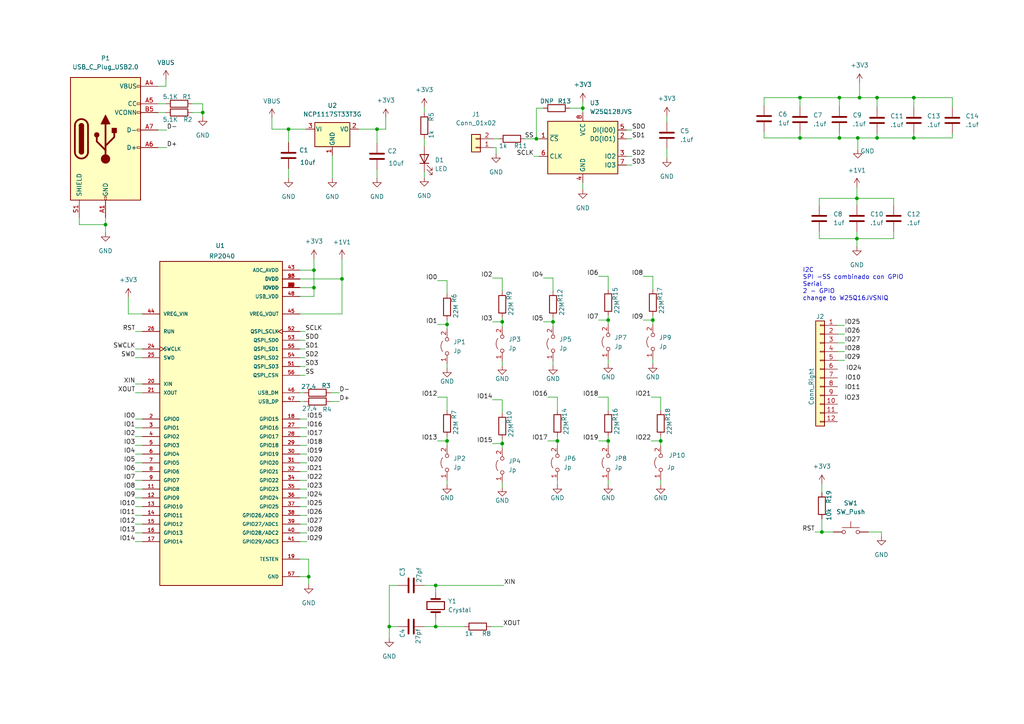
<source format=kicad_sch>
(kicad_sch (version 20211123) (generator eeschema)
  (paper "A4")
  (lib_symbols
    (symbol "Connector:USB_C_Plug_USB2.0" (pin_names (offset 1.016))
      (property "Reference" "P" (at -10.16 19.05 0))
      (property "Value" "USB_C_Plug_USB2.0" (at 12.7 19.05 0))
      (symbol "USB_C_Plug_USB2.0_1_1"
        (pin passive line (at 0 -22.86 90) (length 5.08) (name "GND") (number "A1"))
        (pin passive line (at 0 -22.86 90) (length 5.08) hide (name "GND") (number "A12"))
        (pin passive line (at 15.24 15.24 180) (length 5.08) (name "VBUS") (number "A4"))
        (pin bidirectional line (at 15.24 10.16 180) (length 5.08) (name "CC") (number "A5"))
        (pin bidirectional line (at 15.24 -2.54 180) (length 5.08) (name "D+") (number "A6"))
        (pin bidirectional line (at 15.24 2.54 180) (length 5.08) (name "D-") (number "A7"))
        (pin passive line (at 15.24 15.24 180) (length 5.08) hide (name "VBUS") (number "A9"))
        (pin passive line (at 0 -22.86 90) (length 5.08) hide (name "GND") (number "B1"))
        (pin passive line (at 0 -22.86 90) (length 5.08) hide (name "GND") (number "B12"))
        (pin passive line (at 15.24 15.24 180) (length 5.08) hide (name "VBUS") (number "B4"))
        (pin bidirectional line (at 15.24 7.62 180) (length 5.08) (name "VCONN") (number "B5"))
        (pin passive line (at 15.24 15.24 180) (length 5.08) hide (name "VBUS") (number "B9"))
        (pin passive line (at -7.62 -22.86 90) (length 5.08) (name "SHIELD") (number "S1"))
      )
    )
    (symbol "Connector_Generic:Conn_01x02" (pin_names (offset 1.016) hide)
      (property "Reference" "J" (at 0 2.54 0))
      (property "Value" "Conn_01x02" (at 0 -5.08 0))
      (symbol "Conn_01x02_1_1"
        (pin passive line (at -5.08 0 0) (length 3.81) (name "Pin_1") (number "1"))
        (pin passive line (at -5.08 -2.54 0) (length 3.81) (name "Pin_2") (number "2"))
      )
    )
    (symbol "Connector_Generic:Conn_01x12" (pin_names (offset 1.016) hide)
      (property "Reference" "J" (at 0 15.24 0))
      (property "Value" "Conn_01x12" (at 0 -17.78 0))
      (symbol "Conn_01x12_1_1"
        (pin passive line (at -5.08 12.7 0) (length 3.81) (name "Pin_1") (number "1"))
        (pin passive line (at -5.08 -10.16 0) (length 3.81) (name "Pin_10") (number "10"))
        (pin passive line (at -5.08 -12.7 0) (length 3.81) (name "Pin_11") (number "11"))
        (pin passive line (at -5.08 -15.24 0) (length 3.81) (name "Pin_12") (number "12"))
        (pin passive line (at -5.08 10.16 0) (length 3.81) (name "Pin_2") (number "2"))
        (pin passive line (at -5.08 7.62 0) (length 3.81) (name "Pin_3") (number "3"))
        (pin passive line (at -5.08 5.08 0) (length 3.81) (name "Pin_4") (number "4"))
        (pin passive line (at -5.08 2.54 0) (length 3.81) (name "Pin_5") (number "5"))
        (pin passive line (at -5.08 0 0) (length 3.81) (name "Pin_6") (number "6"))
        (pin passive line (at -5.08 -2.54 0) (length 3.81) (name "Pin_7") (number "7"))
        (pin passive line (at -5.08 -5.08 0) (length 3.81) (name "Pin_8") (number "8"))
        (pin passive line (at -5.08 -7.62 0) (length 3.81) (name "Pin_9") (number "9"))
      )
    )
    (symbol "Device:C" (pin_numbers hide) (pin_names (offset 0.254))
      (property "Reference" "C" (at 0.635 2.54 0))
      (property "Value" "C" (at 0.635 -2.54 0))
      (symbol "C_1_1"
        (pin passive line (at 0 3.81 270) (length 2.794) (name "~") (number "1"))
        (pin passive line (at 0 -3.81 90) (length 2.794) (name "~") (number "2"))
      )
    )
    (symbol "Device:Crystal" (pin_numbers hide) (pin_names (offset 1.016) hide)
      (property "Reference" "Y" (at 0 3.81 0))
      (property "Value" "Crystal" (at 0 -3.81 0))
      (symbol "Crystal_1_1"
        (pin passive line (at -3.81 0 0) (length 1.27) (name "1") (number "1"))
        (pin passive line (at 3.81 0 180) (length 1.27) (name "2") (number "2"))
      )
    )
    (symbol "Device:LED" (pin_numbers hide) (pin_names (offset 1.016) hide)
      (property "Reference" "D" (at 0 2.54 0))
      (property "Value" "LED" (at 0 -2.54 0))
      (symbol "LED_1_1"
        (pin passive line (at -3.81 0 0) (length 2.54) (name "K") (number "1"))
        (pin passive line (at 3.81 0 180) (length 2.54) (name "A") (number "2"))
      )
    )
    (symbol "Device:R" (pin_numbers hide) (pin_names (offset 0))
      (property "Reference" "R" (at 2.032 0 90))
      (property "Value" "R" (at 0 0 90))
      (symbol "R_1_1"
        (pin passive line (at 0 3.81 270) (length 1.27) (name "~") (number "1"))
        (pin passive line (at 0 -3.81 90) (length 1.27) (name "~") (number "2"))
      )
    )
    (symbol "Jumper:Jumper_2_Open" (pin_names (offset 0) hide)
      (property "Reference" "JP" (at 0 2.794 0))
      (property "Value" "Jumper_2_Open" (at 0 -2.286 0))
      (symbol "Jumper_2_Open_1_1"
        (pin passive line (at -5.08 0 0) (length 2.54) (name "A") (number "1"))
        (pin passive line (at 5.08 0 180) (length 2.54) (name "B") (number "2"))
      )
    )
    (symbol "Memory_Flash:W25Q128JVS"
      (property "Reference" "U" (at -8.89 8.89 0))
      (property "Value" "W25Q128JVS" (at 7.62 8.89 0))
      (symbol "W25Q128JVS_1_1"
        (pin input line (at -12.7 2.54 0) (length 2.54) (name "~{CS}") (number "1"))
        (pin bidirectional line (at 12.7 2.54 180) (length 2.54) (name "DO(IO1)") (number "2"))
        (pin bidirectional line (at 12.7 -2.54 180) (length 2.54) (name "IO2") (number "3"))
        (pin power_in line (at 0 -10.16 90) (length 2.54) (name "GND") (number "4"))
        (pin bidirectional line (at 12.7 5.08 180) (length 2.54) (name "DI(IO0)") (number "5"))
        (pin input line (at -12.7 -2.54 0) (length 2.54) (name "CLK") (number "6"))
        (pin bidirectional line (at 12.7 -5.08 180) (length 2.54) (name "IO3") (number "7"))
        (pin power_in line (at 0 10.16 270) (length 2.54) (name "VCC") (number "8"))
      )
    )
    (symbol "RP2040:RP2040" (pin_names (offset 1.016))
      (property "Reference" "U" (at -17.78 50.8 0))
      (property "Value" "RP2040" (at -17.78 -48.26 0))
      (symbol "RP2040_0_0"
        (pin power_in line (at 22.86 40.64 180) (length 5.08) (name "IOVDD") (number "1"))
        (pin power_in line (at 22.86 40.64 180) (length 5.08) (name "IOVDD") (number "10"))
        (pin bidirectional line (at -22.86 -17.78 0) (length 5.08) (name "GPIO8") (number "11"))
        (pin bidirectional line (at -22.86 -20.32 0) (length 5.08) (name "GPIO9") (number "12"))
        (pin bidirectional line (at -22.86 -22.86 0) (length 5.08) (name "GPIO10") (number "13"))
        (pin bidirectional line (at -22.86 -25.4 0) (length 5.08) (name "GPIO11") (number "14"))
        (pin bidirectional line (at -22.86 -27.94 0) (length 5.08) (name "GPIO12") (number "15"))
        (pin bidirectional line (at -22.86 -30.48 0) (length 5.08) (name "GPIO13") (number "16"))
        (pin bidirectional line (at -22.86 -33.02 0) (length 5.08) (name "GPIO14") (number "17"))
        (pin bidirectional line (at 22.86 2.54 180) (length 5.08) (name "GPIO15") (number "18"))
        (pin passive line (at 22.86 -38.1 180) (length 5.08) (name "TESTEN") (number "19"))
        (pin bidirectional line (at -22.86 2.54 0) (length 5.08) (name "GPIO0") (number "2"))
        (pin input line (at -22.86 12.7 0) (length 5.08) (name "XIN") (number "20"))
        (pin output line (at -22.86 10.16 0) (length 5.08) (name "XOUT") (number "21"))
        (pin power_in line (at 22.86 40.64 180) (length 5.08) (name "IOVDD") (number "22"))
        (pin power_in line (at 22.86 43.18 180) (length 5.08) (name "DVDD") (number "23"))
        (pin input clock (at -22.86 22.86 0) (length 5.08) (name "SWCLK") (number "24"))
        (pin bidirectional line (at -22.86 20.32 0) (length 5.08) (name "SWD") (number "25"))
        (pin input line (at -22.86 27.94 0) (length 5.08) (name "RUN") (number "26"))
        (pin bidirectional line (at 22.86 0 180) (length 5.08) (name "GPIO16") (number "27"))
        (pin bidirectional line (at 22.86 -2.54 180) (length 5.08) (name "GPIO17") (number "28"))
        (pin bidirectional line (at 22.86 -5.08 180) (length 5.08) (name "GPIO18") (number "29"))
        (pin bidirectional line (at -22.86 0 0) (length 5.08) (name "GPIO1") (number "3"))
        (pin bidirectional line (at 22.86 -7.62 180) (length 5.08) (name "GPIO19") (number "30"))
        (pin bidirectional line (at 22.86 -10.16 180) (length 5.08) (name "GPIO20") (number "31"))
        (pin bidirectional line (at 22.86 -12.7 180) (length 5.08) (name "GPIO21") (number "32"))
        (pin power_in line (at 22.86 40.64 180) (length 5.08) (name "IOVDD") (number "33"))
        (pin bidirectional line (at 22.86 -15.24 180) (length 5.08) (name "GPIO22") (number "34"))
        (pin bidirectional line (at 22.86 -17.78 180) (length 5.08) (name "GPIO23") (number "35"))
        (pin bidirectional line (at 22.86 -20.32 180) (length 5.08) (name "GPIO24") (number "36"))
        (pin bidirectional line (at 22.86 -22.86 180) (length 5.08) (name "GPIO25") (number "37"))
        (pin bidirectional line (at 22.86 -25.4 180) (length 5.08) (name "GPIO26/ADC0") (number "38"))
        (pin bidirectional line (at 22.86 -27.94 180) (length 5.08) (name "GPIO27/ADC1") (number "39"))
        (pin bidirectional line (at -22.86 -2.54 0) (length 5.08) (name "GPIO2") (number "4"))
        (pin bidirectional line (at 22.86 -30.48 180) (length 5.08) (name "GPIO28/ADC2") (number "40"))
        (pin bidirectional line (at 22.86 -33.02 180) (length 5.08) (name "GPIO29/ADC3") (number "41"))
        (pin power_in line (at 22.86 40.64 180) (length 5.08) (name "IOVDD") (number "42"))
        (pin power_in line (at 22.86 45.72 180) (length 5.08) (name "ADC_AVDD") (number "43"))
        (pin input line (at -22.86 33.02 0) (length 5.08) (name "VREG_VIN") (number "44"))
        (pin output line (at 22.86 33.02 180) (length 5.08) (name "VREG_VOUT") (number "45"))
        (pin bidirectional line (at 22.86 10.16 180) (length 5.08) (name "USB_DM") (number "46"))
        (pin bidirectional line (at 22.86 7.62 180) (length 5.08) (name "USB_DP") (number "47"))
        (pin power_in line (at 22.86 38.1 180) (length 5.08) (name "USB_VDD") (number "48"))
        (pin power_in line (at 22.86 40.64 180) (length 5.08) (name "IOVDD") (number "49"))
        (pin bidirectional line (at -22.86 -5.08 0) (length 5.08) (name "GPIO3") (number "5"))
        (pin power_in line (at 22.86 43.18 180) (length 5.08) (name "DVDD") (number "50"))
        (pin bidirectional line (at 22.86 17.78 180) (length 5.08) (name "QSPI_SD3") (number "51"))
        (pin bidirectional clock (at 22.86 27.94 180) (length 5.08) (name "QSPI_SCLK") (number "52"))
        (pin bidirectional line (at 22.86 25.4 180) (length 5.08) (name "QSPI_SD0") (number "53"))
        (pin bidirectional line (at 22.86 20.32 180) (length 5.08) (name "QSPI_SD2") (number "54"))
        (pin bidirectional line (at 22.86 22.86 180) (length 5.08) (name "QSPI_SD1") (number "55"))
        (pin bidirectional line (at 22.86 15.24 180) (length 5.08) (name "QSPI_CSN") (number "56"))
        (pin power_in line (at 22.86 -43.18 180) (length 5.08) (name "GND") (number "57"))
        (pin bidirectional line (at -22.86 -7.62 0) (length 5.08) (name "GPIO4") (number "6"))
        (pin bidirectional line (at -22.86 -10.16 0) (length 5.08) (name "GPIO5") (number "7"))
        (pin bidirectional line (at -22.86 -12.7 0) (length 5.08) (name "GPIO6") (number "8"))
        (pin bidirectional line (at -22.86 -15.24 0) (length 5.08) (name "GPIO7") (number "9"))
      )
    )
    (symbol "Regulator_Linear:NCP1117-3.3_SOT223" (pin_names (offset 0.254))
      (property "Reference" "U" (at -3.81 3.175 0))
      (property "Value" "NCP1117-3.3_SOT223" (at 0 3.175 0))
      (symbol "NCP1117-3.3_SOT223_1_1"
        (pin power_in line (at 0 -7.62 90) (length 2.54) (name "GND") (number "1"))
        (pin power_out line (at 7.62 0 180) (length 2.54) (name "VO") (number "2"))
        (pin power_in line (at -7.62 0 0) (length 2.54) (name "VI") (number "3"))
      )
    )
    (symbol "Switch:SW_Push" (pin_numbers hide) (pin_names (offset 1.016) hide)
      (property "Reference" "SW" (at 1.27 2.54 0))
      (property "Value" "SW_Push" (at 0 -1.524 0))
      (symbol "SW_Push_0_1"
        (pin passive line (at -5.08 0 0) (length 2.54) (name "1") (number "1"))
        (pin passive line (at 5.08 0 180) (length 2.54) (name "2") (number "2"))
      )
    )
    (symbol "power:+1V1" (power) (pin_names (offset 0))
      (property "Value" "+1V1" (at 0 3.556 0))
      (symbol "+1V1_1_1"
        (pin power_in line (at 0 0 90) (length 0) hide (name "+1V1") (number "1"))
      )
    )
    (symbol "power:+3.3V" (power) (pin_names (offset 0))
      (property "Value" "+3.3V" (at 0 3.556 0))
      (symbol "+3.3V_1_1"
        (pin power_in line (at 0 0 90) (length 0) hide (name "+3V3") (number "1"))
      )
    )
    (symbol "power:GND" (power) (pin_names (offset 0))
      (property "Value" "GND" (at 0 -3.81 0))
      (symbol "GND_1_1"
        (pin power_in line (at 0 0 270) (length 0) hide (name "GND") (number "1"))
      )
    )
    (symbol "power:VBUS" (power) (pin_names (offset 0))
      (property "Value" "VBUS" (at 0 3.81 0))
      (symbol "VBUS_1_1"
        (pin power_in line (at 0 0 90) (length 0) hide (name "VBUS") (number "1"))
      )
    )
  )
  (junction (at 176.403 127.889))
  (junction (at 189.357 92.837))
  (junction (at 254.381 28.321))
  (junction (at 232.029 28.321))
  (junction (at 249.301 28.321))
  (junction (at 238.379 154.305))
  (junction (at 126.365 169.799))
  (junction (at 112.903 181.737))
  (junction (at 30.607 65.151))
  (junction (at 243.459 40.005))
  (junction (at 248.539 69.215))
  (junction (at 91.059 83.439))
  (junction (at 129.667 127.889))
  (junction (at 160.401 93.345))
  (junction (at 145.669 128.651))
  (junction (at 243.459 28.321))
  (junction (at 83.693 37.465))
  (junction (at 248.539 57.531))
  (junction (at 155.575 40.259))
  (junction (at 126.365 181.737))
  (junction (at 89.535 167.259))
  (junction (at 169.037 31.369))
  (junction (at 176.403 92.837))
  (junction (at 265.049 40.005))
  (junction (at 129.667 94.107))
  (junction (at 248.793 40.005))
  (junction (at 232.029 40.005))
  (junction (at 191.643 127.889))
  (junction (at 145.669 93.345))
  (junction (at 254.381 40.005))
  (junction (at 99.187 80.899))
  (junction (at 91.059 78.359))
  (junction (at 58.801 32.639))
  (junction (at 161.671 127.889))
  (junction (at 265.049 28.321))
  (junction (at 109.347 37.465))
  (wire (pts (xy 265.049 28.321) (xy 265.049 31.115)))
  (wire (pts (xy 232.029 40.005) (xy 243.459 40.005)))
  (wire (pts (xy 83.693 37.465) (xy 88.773 37.465)))
  (wire (pts (xy 129.667 127.889) (xy 129.667 129.159)))
  (wire (pts (xy 86.995 113.919) (xy 88.265 113.919)))
  (wire (pts (xy 89.535 167.259) (xy 89.535 169.545)))
  (wire (pts (xy 39.243 124.079) (xy 41.275 124.079)))
  (wire (pts (xy 248.793 40.005) (xy 248.793 43.307)))
  (wire (pts (xy 39.243 126.619) (xy 41.275 126.619)))
  (wire (pts (xy 86.995 149.479) (xy 89.027 149.479)))
  (wire (pts (xy 86.995 139.319) (xy 89.027 139.319)))
  (wire (pts (xy 237.617 59.563) (xy 237.617 57.531)))
  (wire (pts (xy 96.393 45.085) (xy 96.393 51.689)))
  (wire (pts (xy 160.401 92.075) (xy 160.401 93.345)))
  (wire (pts (xy 37.211 86.233) (xy 37.211 91.059)))
  (wire (pts (xy 86.995 80.899) (xy 99.187 80.899)))
  (wire (pts (xy 160.401 84.455) (xy 160.401 80.645)))
  (wire (pts (xy 248.539 69.215) (xy 237.617 69.215)))
  (wire (pts (xy 237.617 57.531) (xy 248.539 57.531)))
  (wire (pts (xy 22.987 65.151) (xy 30.607 65.151)))
  (wire (pts (xy 45.847 37.719) (xy 48.387 37.719)))
  (wire (pts (xy 39.243 141.859) (xy 41.275 141.859)))
  (wire (pts (xy 39.243 131.699) (xy 41.275 131.699)))
  (wire (pts (xy 276.225 40.005) (xy 276.225 38.735)))
  (wire (pts (xy 160.401 93.345) (xy 160.401 94.615)))
  (wire (pts (xy 189.357 83.947) (xy 189.357 80.137)))
  (wire (pts (xy 104.013 37.465) (xy 109.347 37.465)))
  (wire (pts (xy 157.607 93.345) (xy 160.401 93.345)))
  (wire (pts (xy 86.995 85.979) (xy 91.059 85.979)))
  (wire (pts (xy 126.873 115.189) (xy 129.667 115.189)))
  (wire (pts (xy 39.243 113.919) (xy 41.275 113.919)))
  (wire (pts (xy 39.243 129.159) (xy 41.275 129.159)))
  (wire (pts (xy 86.995 167.259) (xy 89.535 167.259)))
  (wire (pts (xy 83.693 41.275) (xy 83.693 37.465)))
  (wire (pts (xy 145.669 93.345) (xy 145.669 94.615)))
  (wire (pts (xy 242.951 104.521) (xy 244.983 104.521)))
  (wire (pts (xy 254.381 40.005) (xy 265.049 40.005)))
  (wire (pts (xy 86.995 144.399) (xy 89.027 144.399)))
  (wire (pts (xy 112.903 181.737) (xy 115.443 181.737)))
  (wire (pts (xy 169.037 31.369) (xy 169.037 32.639)))
  (wire (pts (xy 265.049 38.735) (xy 265.049 40.005)))
  (wire (pts (xy 83.693 48.895) (xy 83.693 51.689)))
  (wire (pts (xy 176.403 139.319) (xy 176.403 140.589)))
  (wire (pts (xy 86.995 157.099) (xy 89.027 157.099)))
  (wire (pts (xy 39.243 111.379) (xy 41.275 111.379)))
  (wire (pts (xy 37.211 91.059) (xy 41.275 91.059)))
  (wire (pts (xy 86.995 136.779) (xy 89.027 136.779)))
  (wire (pts (xy 86.995 162.179) (xy 89.535 162.179)))
  (wire (pts (xy 188.849 127.889) (xy 191.643 127.889)))
  (wire (pts (xy 129.667 94.107) (xy 129.667 95.377)))
  (wire (pts (xy 123.063 181.737) (xy 126.365 181.737)))
  (wire (pts (xy 191.643 139.319) (xy 191.643 140.589)))
  (wire (pts (xy 86.995 83.439) (xy 91.059 83.439)))
  (wire (pts (xy 126.873 127.889) (xy 129.667 127.889)))
  (wire (pts (xy 86.995 78.359) (xy 91.059 78.359)))
  (wire (pts (xy 181.737 45.339) (xy 183.261 45.339)))
  (wire (pts (xy 191.643 126.619) (xy 191.643 127.889)))
  (wire (pts (xy 129.667 118.999) (xy 129.667 115.189)))
  (wire (pts (xy 143.891 44.577) (xy 143.891 42.799)))
  (wire (pts (xy 89.535 162.179) (xy 89.535 167.259)))
  (wire (pts (xy 91.059 78.359) (xy 91.059 83.439)))
  (wire (pts (xy 86.995 98.679) (xy 88.519 98.679)))
  (wire (pts (xy 143.891 42.799) (xy 143.129 42.799)))
  (wire (pts (xy 55.753 30.099) (xy 58.801 30.099)))
  (wire (pts (xy 45.847 32.639) (xy 48.133 32.639)))
  (wire (pts (xy 30.607 65.151) (xy 30.607 67.437)))
  (wire (pts (xy 95.885 116.459) (xy 98.425 116.459)))
  (wire (pts (xy 248.539 67.183) (xy 248.539 69.215)))
  (wire (pts (xy 232.029 40.005) (xy 221.615 40.005)))
  (wire (pts (xy 161.671 118.999) (xy 161.671 115.189)))
  (wire (pts (xy 39.243 157.099) (xy 41.275 157.099)))
  (wire (pts (xy 109.347 49.149) (xy 109.347 51.689)))
  (wire (pts (xy 112.903 185.039) (xy 112.903 181.737)))
  (wire (pts (xy 176.403 126.619) (xy 176.403 127.889)))
  (wire (pts (xy 173.609 127.889) (xy 176.403 127.889)))
  (wire (pts (xy 123.063 31.115) (xy 123.063 32.639)))
  (wire (pts (xy 123.063 40.259) (xy 123.063 42.291)))
  (wire (pts (xy 86.995 121.539) (xy 89.027 121.539)))
  (wire (pts (xy 249.301 28.321) (xy 254.381 28.321)))
  (wire (pts (xy 232.029 28.321) (xy 243.459 28.321)))
  (wire (pts (xy 111.887 34.163) (xy 111.887 37.465)))
  (wire (pts (xy 238.379 140.335) (xy 238.379 142.875)))
  (wire (pts (xy 143.129 40.259) (xy 144.653 40.259)))
  (wire (pts (xy 145.669 92.075) (xy 145.669 93.345)))
  (wire (pts (xy 155.575 31.369) (xy 155.575 40.259)))
  (wire (pts (xy 156.337 40.259) (xy 155.575 40.259)))
  (wire (pts (xy 39.243 149.479) (xy 41.275 149.479)))
  (wire (pts (xy 186.563 92.837) (xy 189.357 92.837)))
  (wire (pts (xy 189.357 91.567) (xy 189.357 92.837)))
  (wire (pts (xy 242.951 99.441) (xy 244.983 99.441)))
  (wire (pts (xy 221.615 40.005) (xy 221.615 38.227)))
  (wire (pts (xy 181.737 37.719) (xy 183.261 37.719)))
  (wire (pts (xy 249.301 24.003) (xy 249.301 28.321)))
  (wire (pts (xy 169.037 52.959) (xy 169.037 54.991)))
  (wire (pts (xy 86.995 126.619) (xy 89.027 126.619)))
  (wire (pts (xy 248.539 54.229) (xy 248.539 57.531)))
  (wire (pts (xy 39.243 136.779) (xy 41.275 136.779)))
  (wire (pts (xy 123.063 169.799) (xy 126.365 169.799)))
  (wire (pts (xy 129.667 92.837) (xy 129.667 94.107)))
  (wire (pts (xy 145.669 119.761) (xy 145.669 115.951)))
  (wire (pts (xy 238.379 150.495) (xy 238.379 154.305)))
  (wire (pts (xy 176.403 127.889) (xy 176.403 129.159)))
  (wire (pts (xy 45.847 30.099) (xy 48.133 30.099)))
  (wire (pts (xy 112.903 181.737) (xy 112.903 169.799)))
  (wire (pts (xy 145.669 128.651) (xy 145.669 129.921)))
  (wire (pts (xy 242.951 101.981) (xy 244.983 101.981)))
  (wire (pts (xy 109.347 41.529) (xy 109.347 37.465)))
  (wire (pts (xy 126.873 81.407) (xy 129.667 81.407)))
  (wire (pts (xy 265.049 28.321) (xy 276.225 28.321)))
  (wire (pts (xy 248.539 57.531) (xy 259.207 57.531)))
  (wire (pts (xy 95.885 113.919) (xy 98.425 113.919)))
  (wire (pts (xy 58.801 30.099) (xy 58.801 32.639)))
  (wire (pts (xy 276.225 31.115) (xy 276.225 28.321)))
  (wire (pts (xy 39.243 96.139) (xy 41.275 96.139)))
  (wire (pts (xy 45.847 42.799) (xy 48.387 42.799)))
  (wire (pts (xy 173.609 92.837) (xy 176.403 92.837)))
  (wire (pts (xy 259.207 67.183) (xy 259.207 69.215)))
  (wire (pts (xy 142.367 181.737) (xy 145.923 181.737)))
  (wire (pts (xy 193.421 43.053) (xy 193.421 45.847)))
  (wire (pts (xy 243.459 28.321) (xy 249.301 28.321)))
  (wire (pts (xy 242.951 94.361) (xy 244.983 94.361)))
  (wire (pts (xy 86.995 103.759) (xy 88.519 103.759)))
  (wire (pts (xy 39.243 121.539) (xy 41.275 121.539)))
  (wire (pts (xy 169.037 29.591) (xy 169.037 31.369)))
  (wire (pts (xy 191.643 127.889) (xy 191.643 129.159)))
  (wire (pts (xy 176.403 91.567) (xy 176.403 92.837)))
  (wire (pts (xy 243.459 38.481) (xy 243.459 40.005)))
  (wire (pts (xy 86.995 141.859) (xy 89.027 141.859)))
  (wire (pts (xy 145.669 84.455) (xy 145.669 80.645)))
  (wire (pts (xy 232.029 30.861) (xy 232.029 28.321)))
  (wire (pts (xy 161.671 126.619) (xy 161.671 127.889)))
  (wire (pts (xy 158.877 115.189) (xy 161.671 115.189)))
  (wire (pts (xy 186.563 80.137) (xy 189.357 80.137)))
  (wire (pts (xy 129.667 105.537) (xy 129.667 106.807)))
  (wire (pts (xy 112.903 169.799) (xy 115.443 169.799)))
  (wire (pts (xy 161.671 139.319) (xy 161.671 140.589)))
  (wire (pts (xy 248.539 57.531) (xy 248.539 59.563)))
  (wire (pts (xy 30.607 63.119) (xy 30.607 65.151)))
  (wire (pts (xy 254.381 38.735) (xy 254.381 40.005)))
  (wire (pts (xy 126.365 171.831) (xy 126.365 169.799)))
  (wire (pts (xy 86.995 108.839) (xy 88.519 108.839)))
  (wire (pts (xy 160.401 104.775) (xy 160.401 106.045)))
  (wire (pts (xy 259.207 57.531) (xy 259.207 59.563)))
  (wire (pts (xy 255.651 154.305) (xy 255.651 155.575)))
  (wire (pts (xy 221.615 28.321) (xy 232.029 28.321)))
  (wire (pts (xy 236.347 154.305) (xy 238.379 154.305)))
  (wire (pts (xy 126.873 94.107) (xy 129.667 94.107)))
  (wire (pts (xy 86.995 124.079) (xy 89.027 124.079)))
  (wire (pts (xy 161.671 127.889) (xy 161.671 129.159)))
  (wire (pts (xy 157.607 80.645) (xy 160.401 80.645)))
  (wire (pts (xy 176.403 92.837) (xy 176.403 94.107)))
  (wire (pts (xy 45.847 25.019) (xy 48.133 25.019)))
  (wire (pts (xy 193.421 33.655) (xy 193.421 35.433)))
  (wire (pts (xy 221.615 30.607) (xy 221.615 28.321)))
  (wire (pts (xy 176.403 118.999) (xy 176.403 115.189)))
  (wire (pts (xy 259.207 69.215) (xy 248.539 69.215)))
  (wire (pts (xy 254.381 28.321) (xy 254.381 31.115)))
  (wire (pts (xy 91.059 75.057) (xy 91.059 78.359)))
  (wire (pts (xy 243.459 28.321) (xy 243.459 30.861)))
  (wire (pts (xy 111.887 37.465) (xy 109.347 37.465)))
  (wire (pts (xy 142.875 80.645) (xy 145.669 80.645)))
  (wire (pts (xy 39.243 144.399) (xy 41.275 144.399)))
  (wire (pts (xy 78.867 37.465) (xy 83.693 37.465)))
  (wire (pts (xy 86.995 96.139) (xy 88.519 96.139)))
  (wire (pts (xy 39.243 134.239) (xy 41.275 134.239)))
  (wire (pts (xy 86.995 91.059) (xy 99.187 91.059)))
  (wire (pts (xy 238.379 154.305) (xy 241.681 154.305)))
  (wire (pts (xy 86.995 106.299) (xy 88.519 106.299)))
  (wire (pts (xy 86.995 152.019) (xy 89.027 152.019)))
  (wire (pts (xy 39.243 101.219) (xy 41.275 101.219)))
  (wire (pts (xy 129.667 85.217) (xy 129.667 81.407)))
  (wire (pts (xy 158.877 127.889) (xy 161.671 127.889)))
  (wire (pts (xy 39.243 152.019) (xy 41.275 152.019)))
  (wire (pts (xy 142.875 128.651) (xy 145.669 128.651)))
  (wire (pts (xy 99.187 80.899) (xy 99.187 91.059)))
  (wire (pts (xy 181.737 47.879) (xy 183.261 47.879)))
  (wire (pts (xy 248.539 69.215) (xy 248.539 71.501)))
  (wire (pts (xy 145.669 104.775) (xy 145.669 106.045)))
  (wire (pts (xy 176.403 104.267) (xy 176.403 105.537)))
  (wire (pts (xy 254.381 28.321) (xy 265.049 28.321)))
  (wire (pts (xy 55.753 32.639) (xy 58.801 32.639)))
  (wire (pts (xy 243.459 40.005) (xy 248.793 40.005)))
  (wire (pts (xy 86.995 134.239) (xy 89.027 134.239)))
  (wire (pts (xy 191.643 118.999) (xy 191.643 115.189)))
  (wire (pts (xy 86.995 101.219) (xy 88.519 101.219)))
  (wire (pts (xy 126.365 169.799) (xy 146.177 169.799)))
  (wire (pts (xy 152.273 40.259) (xy 155.575 40.259)))
  (wire (pts (xy 237.617 69.215) (xy 237.617 67.183)))
  (wire (pts (xy 251.841 154.305) (xy 255.651 154.305)))
  (wire (pts (xy 145.669 140.081) (xy 145.669 141.351)))
  (wire (pts (xy 242.951 96.901) (xy 244.983 96.901)))
  (wire (pts (xy 48.133 25.019) (xy 48.133 22.987)))
  (wire (pts (xy 86.995 154.559) (xy 89.027 154.559)))
  (wire (pts (xy 39.243 103.759) (xy 41.275 103.759)))
  (wire (pts (xy 86.995 129.159) (xy 89.027 129.159)))
  (wire (pts (xy 39.243 139.319) (xy 41.275 139.319)))
  (wire (pts (xy 86.995 131.699) (xy 89.027 131.699)))
  (wire (pts (xy 173.609 80.137) (xy 176.403 80.137)))
  (wire (pts (xy 265.049 40.005) (xy 276.225 40.005)))
  (wire (pts (xy 248.793 40.005) (xy 254.381 40.005)))
  (wire (pts (xy 39.243 146.939) (xy 41.275 146.939)))
  (wire (pts (xy 129.667 139.319) (xy 129.667 140.589)))
  (wire (pts (xy 123.063 49.911) (xy 123.063 51.435)))
  (wire (pts (xy 145.669 127.381) (xy 145.669 128.651)))
  (wire (pts (xy 134.747 181.737) (xy 126.365 181.737)))
  (wire (pts (xy 165.227 31.369) (xy 169.037 31.369)))
  (wire (pts (xy 99.187 75.057) (xy 99.187 80.899)))
  (wire (pts (xy 173.609 115.189) (xy 176.403 115.189)))
  (wire (pts (xy 232.029 38.481) (xy 232.029 40.005)))
  (wire (pts (xy 156.337 45.339) (xy 154.813 45.339)))
  (wire (pts (xy 22.987 63.119) (xy 22.987 65.151)))
  (wire (pts (xy 189.357 92.837) (xy 189.357 94.107)))
  (wire (pts (xy 142.875 93.345) (xy 145.669 93.345)))
  (wire (pts (xy 181.737 40.259) (xy 183.261 40.259)))
  (wire (pts (xy 86.995 146.939) (xy 89.027 146.939)))
  (wire (pts (xy 126.365 181.737) (xy 126.365 179.451)))
  (wire (pts (xy 157.607 31.369) (xy 155.575 31.369)))
  (wire (pts (xy 91.059 83.439) (xy 91.059 85.979)))
  (wire (pts (xy 129.667 126.619) (xy 129.667 127.889)))
  (wire (pts (xy 39.243 154.559) (xy 41.275 154.559)))
  (wire (pts (xy 189.357 104.267) (xy 189.357 105.537)))
  (wire (pts (xy 78.867 34.163) (xy 78.867 37.465)))
  (wire (pts (xy 188.849 115.189) (xy 191.643 115.189)))
  (wire (pts (xy 58.801 32.639) (xy 58.801 33.909)))
  (wire (pts (xy 142.875 115.951) (xy 145.669 115.951)))
  (wire (pts (xy 86.995 116.459) (xy 88.265 116.459)))
  (wire (pts (xy 176.403 83.947) (xy 176.403 80.137)))
  (text "I2C\nSPI -SS combinado con GPIO\nSerial\n2 - GPIO\nchange to W25Q16JVSNIQ" (at 232.791 87.376 0) (effects (font (size 1.27 1.27)) (justify left bottom)))
  (label "IO8" (at 39.243 141.859 180))
  (label "XOUT" (at 145.923 181.737 0))
  (label "IO27" (at 89.027 152.019 0))
  (label "SD1" (at 88.519 101.219 0))
  (label "IO0" (at 39.243 121.539 180))
  (label "D-" (at 98.425 113.919 0))
  (label "IO4" (at 157.607 80.645 180))
  (label "RST" (at 39.243 96.139 180))
  (label "IO10" (at 39.243 146.939 180))
  (label "IO26" (at 244.983 96.901 0))
  (label "IO27" (at 244.983 99.441 0))
  (label "IO1" (at 126.873 94.107 180))
  (label "IO28" (at 89.027 154.559 0))
  (label "IO20" (at 89.027 134.239 0))
  (label "SD3" (at 88.519 106.299 0))
  (label "IO9" (at 39.243 144.399 180))
  (label "SD3" (at 183.261 47.879 0))
  (label "IO16" (at 158.877 115.189 180))
  (label "IO13" (at 39.243 154.559 180))
  (label "IO17" (at 158.877 127.889 180))
  (label "SD2" (at 183.261 45.339 0))
  (label "IO24" (at 249.936 107.696 180))
  (label "SD2" (at 88.519 103.759 0))
  (label "IO12" (at 39.243 152.019 180))
  (label "IO18" (at 173.609 115.189 180))
  (label "IO22" (at 89.027 139.319 0))
  (label "IO17" (at 89.027 126.619 0))
  (label "IO19" (at 89.027 131.699 0))
  (label "IO25" (at 89.027 146.939 0))
  (label "IO11" (at 39.243 149.479 180))
  (label "IO23" (at 249.428 116.332 180))
  (label "IO14" (at 39.243 157.099 180))
  (label "D+" (at 98.425 116.459 0))
  (label "IO15" (at 142.875 128.651 180))
  (label "IO15" (at 89.027 121.539 0))
  (label "IO29" (at 89.027 157.099 0))
  (label "IO25" (at 244.983 94.361 0))
  (label "IO6" (at 39.243 136.779 180))
  (label "SD1" (at 183.261 40.259 0))
  (label "IO0" (at 126.873 81.407 180))
  (label "IO4" (at 39.243 131.699 180))
  (label "SWCLK" (at 39.243 101.219 180))
  (label "SWD" (at 39.243 103.759 180))
  (label "IO5" (at 39.243 134.239 180))
  (label "IO24" (at 89.027 144.399 0))
  (label "IO18" (at 89.027 129.159 0))
  (label "IO21" (at 188.849 115.189 180))
  (label "IO2" (at 142.875 80.645 180))
  (label "IO22" (at 188.849 127.889 180))
  (label "IO19" (at 173.609 127.889 180))
  (label "IO11" (at 249.555 113.284 180))
  (label "IO10" (at 249.682 110.49 180))
  (label "IO3" (at 142.875 93.345 180))
  (label "IO28" (at 244.983 101.981 0))
  (label "XOUT" (at 39.243 113.919 180))
  (label "IO2" (at 39.243 126.619 180))
  (label "IO13" (at 126.873 127.889 180))
  (label "IO23" (at 89.027 141.859 0))
  (label "IO9" (at 186.563 92.837 180))
  (label "SDO" (at 88.519 98.679 0))
  (label "SS" (at 88.519 108.839 0))
  (label "IO3" (at 39.243 129.159 180))
  (label "IO12" (at 126.873 115.189 180))
  (label "IO7" (at 39.243 139.319 180))
  (label "IO16" (at 89.027 124.079 0))
  (label "IO5" (at 157.607 93.345 180))
  (label "SS" (at 154.813 40.259 180))
  (label "IO29" (at 244.983 104.521 0))
  (label "SCLK" (at 154.813 45.339 180))
  (label "XIN" (at 146.177 169.799 0))
  (label "IO7" (at 173.609 92.837 180))
  (label "IO14" (at 142.875 115.951 180))
  (label "SCLK" (at 88.519 96.139 0))
  (label "D-" (at 48.387 37.719 0))
  (label "IO8" (at 186.563 80.137 180))
  (label "SDO" (at 183.261 37.719 0))
  (label "IO26" (at 89.027 149.479 0))
  (label "IO6" (at 173.609 80.137 180))
  (label "D+" (at 48.387 42.799 0))
  (label "RST" (at 236.347 154.305 180))
  (label "IO21" (at 89.027 136.779 0))
  (label "XIN" (at 39.243 111.379 180))
  (label "IO1" (at 39.243 124.079 180))
  (symbol (lib_id "Device:R") (at 176.403 87.757 180) (unit 1)
    (property "Reference" "R15" (at 178.435 85.217 90))
    (property "Value" "22M " (at 178.943 89.027 90))
    (property "Footprint" "Resistor_SMD:R_0805_2012Metric" (effects hide))
    (property "#LCSC" "C33143" (effects hide))
    (property "Manuf" "0603WAJ0226T5E" (effects hide))
    (property "MANUFACTURER" "LCSC" (effects hide))
  )
  (symbol (lib_id "Device:C") (at 193.421 39.243 0) (unit 1)
    (property "Reference" "C5" (at 197.231 37.9729 0) (effects (justify left)))
    (property "Value" ".1uf" (at 197.231 40.5129 0) (effects (justify left)))
    (property "Footprint" "Capacitor_SMD:C_0603_1608Metric" (effects hide))
    (property "#LCSC" "C387984" (effects hide))
    (property "Manuf" "0603F104Z160CT" (effects hide))
    (property "MANUFACTURER" "LCSC" (effects hide))
  )
  (symbol (lib_id "Device:R") (at 92.075 113.919 90) (unit 1)
    (property "Reference" "R3" (at 94.615 111.887 90))
    (property "Value" "27.4" (at 89.535 112.141 90))
    (property "Footprint" "Resistor_SMD:R_0805_2012Metric" (effects hide))
    (property "#LCSC" "C177713" (effects hide))
    (property "Manuf" "RCT0327R4FLF" (effects hide))
    (property "MANUFACTURER" "LCSC" (effects hide))
  )
  (symbol (lib_id "Device:C") (at 109.347 45.339 0) (unit 1)
    (property "Reference" "C2" (at 112.395 43.815 0) (effects (justify left)))
    (property "Value" "10uf" (at 112.649 47.371 0) (effects (justify left)))
    (property "Footprint" "Capacitor_SMD:C_0603_1608Metric" (effects hide))
    (property "#LCSC" "C326057" (effects hide))
    (property "Manuf" "CC0603KRX5R6BB106" (effects hide))
    (property "MANUFACTURER" "LCSC" (effects hide))
  )
  (symbol (lib_id "Device:C") (at 232.029 34.671 0) (unit 1)
    (property "Reference" "C7" (at 235.839 33.4009 0) (effects (justify left)))
    (property "Value" ".1uf" (at 235.839 35.9409 0) (effects (justify left)))
    (property "Footprint" "Capacitor_SMD:C_0603_1608Metric" (effects hide))
    (property "#LCSC" "C387984" (effects hide))
    (property "Manuf" "0603F104Z160CT" (effects hide))
    (property "MANUFACTURER" "LCSC" (effects hide))
  )
  (symbol (lib_id "Jumper:Jumper_2_Open") (at 176.403 99.187 90) (unit 1)
    (property "Reference" "JP7" (at 178.181 97.9169 90) (effects (justify right)))
    (property "Value" "Jp" (at 178.181 100.4569 90) (effects (justify right)))
  )
  (symbol (lib_id "power:GND") (at 176.403 105.537 0) (unit 1)
    (property "Reference" "#PWR025" (effects hide))
    (property "Value" "GND" (at 176.403 109.347 0))
  )
  (symbol (lib_id "power:GND") (at 169.037 54.991 0) (unit 1)
    (property "Reference" "#PWR024" (effects hide))
    (property "Value" "GND" (at 169.037 60.325 0))
  )
  (symbol (lib_id "Device:R") (at 161.671 122.809 180) (unit 1)
    (property "Reference" "R14" (at 163.703 120.269 90))
    (property "Value" "22M " (at 164.211 124.079 90))
    (property "Footprint" "Resistor_SMD:R_0805_2012Metric" (effects hide))
    (property "#LCSC" "C33143" (effects hide))
    (property "Manuf" "0603WAJ0226T5E" (effects hide))
    (property "MANUFACTURER" "LCSC" (effects hide))
  )
  (symbol (lib_id "power:GND") (at 129.667 140.589 0) (unit 1)
    (property "Reference" "#PWR017" (effects hide))
    (property "Value" "GND" (at 129.667 144.399 0))
  )
  (symbol (lib_id "power:GND") (at 89.535 169.545 0) (unit 1)
    (property "Reference" "#PWR07" (effects hide))
    (property "Value" "GND" (at 89.535 174.879 0))
  )
  (symbol (lib_id "power:GND") (at 109.347 51.689 0) (unit 1)
    (property "Reference" "#PWR011" (effects hide))
    (property "Value" "GND" (at 109.347 57.023 0))
  )
  (symbol (lib_id "Jumper:Jumper_2_Open") (at 191.643 134.239 90) (unit 1)
    (property "Reference" "JP10" (at 193.929 132.08 90) (effects (justify right)))
    (property "Value" "Jp" (at 193.421 135.5089 90) (effects (justify right)))
  )
  (symbol (lib_id "Device:R") (at 92.075 116.459 90) (unit 1)
    (property "Reference" "R4" (at 94.869 118.745 90))
    (property "Value" "27.4" (at 89.789 118.491 90))
    (property "Footprint" "Resistor_SMD:R_0805_2012Metric" (effects hide))
    (property "#LCSC" "C177713" (effects hide))
    (property "Manuf" "RCT0327R4FLF" (effects hide))
    (property "MANUFACTURER" "LCSC" (effects hide))
  )
  (symbol (lib_id "power:GND") (at 160.401 106.045 0) (unit 1)
    (property "Reference" "#PWR021" (effects hide))
    (property "Value" "GND" (at 160.401 109.855 0))
  )
  (symbol (lib_id "Jumper:Jumper_2_Open") (at 161.671 134.239 90) (unit 1)
    (property "Reference" "JP6" (at 163.449 132.9689 90) (effects (justify right)))
    (property "Value" "Jp" (at 163.449 135.5089 90) (effects (justify right)))
  )
  (symbol (lib_id "RP2040:RP2040") (at 64.135 124.079 0) (unit 1)
    (property "Reference" "U1" (at 63.881 71.247 0))
    (property "Value" "RP2040" (at 64.389 74.295 0))
    (property "Footprint" "QFN40P700X700X90-57N" (effects hide))
    (property "MANUFACTURER" "Mouser " (effects hide))
    (property "Manuf" "RP2040" (effects hide))
  )
  (symbol (lib_id "Device:C") (at 248.539 63.373 0) (unit 1)
    (property "Reference" "C10" (at 252.349 62.1029 0) (effects (justify left)))
    (property "Value" ".1uf" (at 252.349 64.6429 0) (effects (justify left)))
    (property "Footprint" "Capacitor_SMD:C_0603_1608Metric" (effects hide))
    (property "#LCSC" "C387984" (effects hide))
    (property "Manuf" "0603F104Z160CT" (effects hide))
    (property "MANUFACTURER" "LCSC" (effects hide))
  )
  (symbol (lib_id "power:GND") (at 248.539 71.501 0) (unit 1)
    (property "Reference" "#PWR033" (effects hide))
    (property "Value" "GND" (at 248.539 76.835 0))
  )
  (symbol (lib_id "Device:R") (at 129.667 122.809 180) (unit 1)
    (property "Reference" "R7" (at 131.699 120.269 90))
    (property "Value" "22M " (at 132.207 124.079 90))
    (property "Footprint" "Resistor_SMD:R_0805_2012Metric" (effects hide))
    (property "#LCSC" "C33143" (effects hide))
    (property "Manuf" "0603WAJ0226T5E" (effects hide))
    (property "MANUFACTURER" "LCSC" (effects hide))
  )
  (symbol (lib_id "Device:C") (at 259.207 63.373 0) (unit 1)
    (property "Reference" "C12" (at 263.017 62.1029 0) (effects (justify left)))
    (property "Value" ".1uf" (at 263.017 64.6429 0) (effects (justify left)))
    (property "Footprint" "Capacitor_SMD:C_0603_1608Metric" (effects hide))
    (property "#LCSC" "C387984" (effects hide))
    (property "Manuf" "0603F104Z160CT" (effects hide))
    (property "MANUFACTURER" "LCSC" (effects hide))
  )
  (symbol (lib_id "Device:R") (at 129.667 89.027 180) (unit 1)
    (property "Reference" "R6" (at 131.699 86.487 90))
    (property "Value" "22M " (at 132.207 90.297 90))
    (property "Footprint" "Resistor_SMD:R_0805_2012Metric" (effects hide))
    (property "#LCSC" "C33143" (effects hide))
    (property "Manuf" "0603WAJ0226T5E" (effects hide))
    (property "MANUFACTURER" "LCSC" (effects hide))
  )
  (symbol (lib_id "power:GND") (at 145.669 106.045 0) (unit 1)
    (property "Reference" "#PWR019" (effects hide))
    (property "Value" "GND" (at 145.669 109.855 0))
  )
  (symbol (lib_id "power:+1V1") (at 99.187 75.057 0) (unit 1)
    (property "Reference" "#PWR010" (effects hide))
    (property "Value" "+1V1" (at 99.187 70.231 0))
  )
  (symbol (lib_id "power:GND") (at 248.793 43.307 0) (unit 1)
    (property "Reference" "#PWR034" (effects hide))
    (property "Value" "GND" (at 251.587 43.815 0))
  )
  (symbol (lib_id "Device:R") (at 160.401 88.265 180) (unit 1)
    (property "Reference" "R12" (at 162.433 85.725 90))
    (property "Value" "22M " (at 162.941 89.535 90))
    (property "Footprint" "Resistor_SMD:R_0805_2012Metric" (effects hide))
    (property "#LCSC" "C33143" (effects hide))
    (property "Manuf" "0603WAJ0226T5E" (effects hide))
    (property "MANUFACTURER" "LCSC" (effects hide))
  )
  (symbol (lib_id "power:GND") (at 96.393 51.689 0) (unit 1)
    (property "Reference" "#PWR09" (effects hide))
    (property "Value" "GND" (at 96.393 57.023 0))
  )
  (symbol (lib_id "power:GND") (at 191.643 140.589 0) (unit 1)
    (property "Reference" "#PWR028" (effects hide))
    (property "Value" "GND" (at 191.643 144.399 0))
  )
  (symbol (lib_id "power:GND") (at 30.607 67.437 0) (unit 1)
    (property "Reference" "#PWR01" (effects hide))
    (property "Value" "GND" (at 30.607 72.771 0))
  )
  (symbol (lib_id "Jumper:Jumper_2_Open") (at 145.669 99.695 90) (unit 1)
    (property "Reference" "JP3" (at 147.447 98.4249 90) (effects (justify right)))
    (property "Value" "Jp" (at 147.447 100.9649 90) (effects (justify right)))
  )
  (symbol (lib_id "power:+3.3V") (at 193.421 33.655 0) (unit 1)
    (property "Reference" "#PWR029" (effects hide))
    (property "Value" "+3.3V" (at 193.421 28.575 0))
  )
  (symbol (lib_id "Device:C") (at 254.381 34.925 0) (unit 1)
    (property "Reference" "C11" (at 258.191 33.6549 0) (effects (justify left)))
    (property "Value" ".1uf" (at 258.191 36.1949 0) (effects (justify left)))
    (property "Footprint" "Capacitor_SMD:C_0603_1608Metric" (effects hide))
    (property "#LCSC" "C387984" (effects hide))
    (property "Manuf" "0603F104Z160CT" (effects hide))
    (property "MANUFACTURER" "LCSC" (effects hide))
  )
  (symbol (lib_id "Connector_Generic:Conn_01x02") (at 138.049 42.799 180) (unit 1)
    (property "Reference" "J1" (at 138.049 33.147 0))
    (property "Value" "Conn_01x02" (at 138.049 35.687 0))
    (property "Footprint" "Connector_PinSocket_2.54mm:PinSocket_1x02_P2.54mm_Vertical" (effects hide))
    (property "#LCSC" "---" (effects hide))
    (property "Manuf" "---" (effects hide))
  )
  (symbol (lib_id "power:GND") (at 145.669 141.351 0) (unit 1)
    (property "Reference" "#PWR020" (effects hide))
    (property "Value" "GND" (at 145.669 145.161 0))
  )
  (symbol (lib_id "Device:C") (at 276.225 34.925 0) (unit 1)
    (property "Reference" "C14" (at 280.035 33.6549 0) (effects (justify left)))
    (property "Value" ".1uf" (at 280.035 36.1949 0) (effects (justify left)))
    (property "Footprint" "Capacitor_SMD:C_0603_1608Metric" (effects hide))
    (property "#LCSC" "C387984" (effects hide))
    (property "Manuf" "0603F104Z160CT" (effects hide))
    (property "MANUFACTURER" "LCSC" (effects hide))
  )
  (symbol (lib_id "Device:R") (at 176.403 122.809 180) (unit 1)
    (property "Reference" "R16" (at 178.435 120.269 90))
    (property "Value" "22M " (at 178.943 124.079 90))
    (property "Footprint" "Resistor_SMD:R_0805_2012Metric" (effects hide))
    (property "#LCSC" "C33143" (effects hide))
    (property "Manuf" "0603WAJ0226T5E" (effects hide))
    (property "MANUFACTURER" "LCSC" (effects hide))
  )
  (symbol (lib_id "power:+1V1") (at 248.539 54.229 0) (unit 1)
    (property "Reference" "#PWR032" (effects hide))
    (property "Value" "+1V1" (at 248.539 49.403 0))
  )
  (symbol (lib_id "Regulator_Linear:NCP1117-3.3_SOT223") (at 96.393 37.465 0) (unit 1)
    (property "Reference" "U2" (at 96.393 30.607 0))
    (property "Value" "NCP1117ST33T3G" (at 96.393 33.147 0))
    (property "Footprint" "Package_TO_SOT_SMD:SOT-223-3_TabPin2" (effects hide))
    (property "Datasheet" "http://www.onsemi.com/pub_link/Collateral/NCP1117-D.PDF" (effects hide))
    (property "Manuf" "NCP1117ST33T3G" (effects hide))
    (property "MANUFACTURER" "Mouser" (effects hide))
  )
  (symbol (lib_id "power:GND") (at 189.357 105.537 0) (unit 1)
    (property "Reference" "#PWR027" (effects hide))
    (property "Value" "GND" (at 189.357 109.347 0))
  )
  (symbol (lib_id "power:GND") (at 83.693 51.689 0) (unit 1)
    (property "Reference" "#PWR06" (effects hide))
    (property "Value" "GND" (at 83.693 57.023 0))
  )
  (symbol (lib_id "Device:R") (at 138.557 181.737 90) (unit 1)
    (property "Reference" "R8" (at 141.097 183.769 90))
    (property "Value" "1k" (at 136.017 183.769 90))
    (property "Footprint" "Resistor_SMD:R_0805_2012Metric" (effects hide))
    (property "#LCSC" "C246023" (effects hide))
    (property "Manuf" "RC0603JR-071K1L" (effects hide))
    (property "MANUFACTURER" "LCSC" (effects hide))
  )
  (symbol (lib_id "power:GND") (at 129.667 106.807 0) (unit 1)
    (property "Reference" "#PWR016" (effects hide))
    (property "Value" "GND" (at 129.667 110.617 0))
  )
  (symbol (lib_id "power:+3.3V") (at 91.059 75.057 0) (unit 1)
    (property "Reference" "#PWR08" (effects hide))
    (property "Value" "+3.3V" (at 91.059 69.977 0))
  )
  (symbol (lib_id "Device:Crystal") (at 126.365 175.641 270) (unit 1)
    (property "Reference" "Y1" (at 129.921 174.3709 90) (effects (justify left)))
    (property "Value" "Crystal" (at 129.921 176.9109 90) (effects (justify left)))
    (property "Footprint" "Crystal:Crystal_SMD_5032-2Pin_5.0x3.2mm_HandSoldering" (effects hide))
    (property "Datasheet" "https://www.mouser.mx/datasheet/2/122/ecx_53r-17605.pdf1664338.pdf" (effects hide))
    (property "Manuf" "ECS-120-18-30-JGN-TR" (effects hide))
    (property "MANUFACTURER" "Mouser" (effects hide))
  )
  (symbol (lib_id "Device:C") (at 119.253 169.799 90) (unit 1)
    (property "Reference" "C3" (at 116.713 167.259 0) (effects (justify left)))
    (property "Value" "27pf" (at 121.539 169.037 0) (effects (justify left)))
    (property "Footprint" "Capacitor_SMD:C_0603_1608Metric" (effects hide))
    (property "#LCSC" "C162215" (effects hide))
    (property "Manuf" "GRM1885C1H270FA01D" (effects hide))
    (property "MANUFACTURER" "LCSC" (effects hide))
  )
  (symbol (lib_id "Device:R") (at 148.463 40.259 90) (unit 1)
    (property "Reference" "R11" (at 151.003 42.291 90))
    (property "Value" "1k" (at 145.923 42.291 90))
    (property "Footprint" "Resistor_SMD:R_0805_2012Metric" (effects hide))
    (property "#LCSC" "C246023" (effects hide))
    (property "Manuf" "RC0603JR-071K1L" (effects hide))
    (property "MANUFACTURER" "LCSC" (effects hide))
  )
  (symbol (lib_id "Jumper:Jumper_2_Open") (at 129.667 100.457 90) (unit 1)
    (property "Reference" "JP1" (at 131.445 99.1869 90) (effects (justify right)))
    (property "Value" "Jp" (at 131.445 101.7269 90) (effects (justify right)))
  )
  (symbol (lib_id "Memory_Flash:W25Q128JVS") (at 169.037 42.799 0) (unit 1)
    (property "Reference" "U3" (at 171.0564 29.845 0) (effects (justify left)))
    (property "Value" "W25Q128JVS" (at 171.0564 32.385 0) (effects (justify left)))
    (property "Footprint" "Package_SO:SOIC-8_5.23x5.23mm_P1.27mm" (effects hide))
    (property "Datasheet" "http://www.winbond.com/resource-files/w25q128jv_dtr%20revc%2003272018%20plus.pdf" (effects hide))
    (property "Manuf" "W25Q128JVSIM TR" (effects hide))
    (property "MANUFACTURER" "Mouser " (effects hide))
  )
  (symbol (lib_id "Device:R") (at 145.669 123.571 180) (unit 1)
    (property "Reference" "R10" (at 147.701 121.031 90))
    (property "Value" "22M " (at 148.209 124.841 90))
    (property "Footprint" "Resistor_SMD:R_0805_2012Metric" (effects hide))
    (property "#LCSC" "C33143" (effects hide))
    (property "Manuf" "0603WAJ0226T5E" (effects hide))
    (property "MANUFACTURER" "LCSC" (effects hide))
  )
  (symbol (lib_id "Device:LED") (at 123.063 46.101 90) (unit 1)
    (property "Reference" "D1" (at 126.111 46.4184 90) (effects (justify right)))
    (property "Value" "LED" (at 126.111 48.9584 90) (effects (justify right)))
    (property "Footprint" "Diode_SMD:D_0805_2012Metric" (effects hide))
    (property "#LCSC" "C130114" (effects hide))
    (property "Manuf" "D-R080508L3-KS2" (effects hide))
    (property "MANUFACTURER" "LCSC" (effects hide))
  )
  (symbol (lib_id "power:GND") (at 123.063 51.435 0) (unit 1)
    (property "Reference" "#PWR015" (effects hide))
    (property "Value" "GND" (at 123.063 56.769 0))
  )
  (symbol (lib_id "power:GND") (at 112.903 185.039 0) (unit 1)
    (property "Reference" "#PWR013" (effects hide))
    (property "Value" "GND" (at 112.903 190.373 0))
  )
  (symbol (lib_id "power:VBUS") (at 78.867 34.163 0) (unit 1)
    (property "Reference" "#PWR05" (effects hide))
    (property "Value" "VBUS" (at 78.867 29.337 0))
  )
  (symbol (lib_id "Device:C") (at 265.049 34.925 0) (unit 1)
    (property "Reference" "C13" (at 268.859 33.6549 0) (effects (justify left)))
    (property "Value" ".1uf" (at 268.859 36.1949 0) (effects (justify left)))
    (property "Footprint" "Capacitor_SMD:C_0603_1608Metric" (effects hide))
    (property "#LCSC" "C387984" (effects hide))
    (property "Manuf" "0603F104Z160CT" (effects hide))
    (property "MANUFACTURER" "LCSC" (effects hide))
  )
  (symbol (lib_id "Device:C") (at 243.459 34.671 0) (unit 1)
    (property "Reference" "C9" (at 247.269 33.4009 0) (effects (justify left)))
    (property "Value" ".1uf" (at 247.269 35.9409 0) (effects (justify left)))
    (property "Footprint" "Capacitor_SMD:C_0603_1608Metric" (effects hide))
    (property "#LCSC" "C387984" (effects hide))
    (property "Manuf" "0603F104Z160CT" (effects hide))
    (property "MANUFACTURER" "LCSC" (effects hide))
  )
  (symbol (lib_id "Device:R") (at 238.379 146.685 180) (unit 1)
    (property "Reference" "R19" (at 240.411 144.145 90))
    (property "Value" "10k" (at 240.411 149.225 90))
    (property "Footprint" "Resistor_SMD:R_0805_2012Metric" (effects hide))
    (property "#LCSC" "C217281" (effects hide))
    (property "Manuf" "CR-03JL7---10K" (effects hide))
    (property "MANUFACTURER" "LCSC" (effects hide))
  )
  (symbol (lib_id "power:GND") (at 143.891 44.577 0) (unit 1)
    (property "Reference" "#PWR018" (effects hide))
    (property "Value" "GND" (at 143.891 49.911 0))
  )
  (symbol (lib_id "Jumper:Jumper_2_Open") (at 145.669 135.001 90) (unit 1)
    (property "Reference" "JP4" (at 147.447 133.7309 90) (effects (justify right)))
    (property "Value" "Jp" (at 147.447 136.2709 90) (effects (justify right)))
  )
  (symbol (lib_id "Device:R") (at 191.643 122.809 180) (unit 1)
    (property "Reference" "R18" (at 193.675 120.269 90))
    (property "Value" "22M " (at 194.183 124.079 90))
    (property "Footprint" "Resistor_SMD:R_0805_2012Metric" (effects hide))
    (property "#LCSC" "C33143" (effects hide))
    (property "Manuf" "0603WAJ0226T5E" (effects hide))
    (property "MANUFACTURER" "LCSC" (effects hide))
  )
  (symbol (lib_id "Device:R") (at 145.669 88.265 180) (unit 1)
    (property "Reference" "R9" (at 147.701 85.725 90))
    (property "Value" "22M " (at 148.209 89.535 90))
    (property "Footprint" "Resistor_SMD:R_0805_2012Metric" (effects hide))
    (property "#LCSC" "C33143" (effects hide))
    (property "Manuf" "0603WAJ0226T5E" (effects hide))
    (property "MANUFACTURER" "LCSC" (effects hide))
  )
  (symbol (lib_id "power:GND") (at 193.421 45.847 0) (unit 1)
    (property "Reference" "#PWR030" (effects hide))
    (property "Value" "GND" (at 193.421 51.181 0))
  )
  (symbol (lib_id "Device:R") (at 123.063 36.449 180) (unit 1)
    (property "Reference" "R5" (at 125.095 33.909 90))
    (property "Value" "1k" (at 125.095 38.989 90))
    (property "Footprint" "Resistor_SMD:R_0805_2012Metric" (effects hide))
    (property "#LCSC" "C246023" (effects hide))
    (property "Manuf" "RC0603JR-071K1L" (effects hide))
    (property "MANUFACTURER" "LCSC" (effects hide))
  )
  (symbol (lib_id "Switch:SW_Push") (at 246.761 154.305 0) (unit 1)
    (property "Reference" "SW1" (at 246.761 145.923 0))
    (property "Value" "SW_Push" (at 246.761 148.463 0))
    (property "Footprint" "Button_Switch_SMD:SW_SPST_TL3342" (effects hide))
    (property "Manuf" "TS-1185EC-C-D-B" (effects hide))
    (property "MANUFACTURER" "LCSC" (effects hide))
    (property "#LCSC" "C318893" (effects hide))
  )
  (symbol (lib_id "Device:C") (at 119.253 181.737 90) (unit 1)
    (property "Reference" "C4" (at 116.713 185.039 0) (effects (justify left)))
    (property "Value" "27pf" (at 121.285 186.817 0) (effects (justify left)))
    (property "Footprint" "Capacitor_SMD:C_0603_1608Metric" (effects hide))
    (property "#LCSC" "C162215" (effects hide))
    (property "Manuf" "GRM1885C1H270FA01D" (effects hide))
    (property "MANUFACTURER" "LCSC" (effects hide))
  )
  (symbol (lib_id "power:+3.3V") (at 249.301 24.003 0) (unit 1)
    (property "Reference" "#PWR035" (effects hide))
    (property "Value" "+3.3V" (at 249.301 18.923 0))
  )
  (symbol (lib_id "Connector:USB_C_Plug_USB2.0") (at 30.607 40.259 0) (unit 1)
    (property "Reference" "P1" (at 30.607 16.891 0))
    (property "Value" "USB_C_Plug_USB2.0" (at 30.607 19.431 0))
    (property "Footprint" "Library:C393939" (effects hide))
    (property "Datasheet" "https://www.usb.org/sites/default/files/documents/usb_type-c.zip" (effects hide))
    (property "Manuf" "DX07S016JA1R1500" (effects hide))
    (property "MANUFACTURER" "Mouser " (effects hide))
  )
  (symbol (lib_id "Jumper:Jumper_2_Open") (at 189.357 99.187 90) (unit 1)
    (property "Reference" "JP9" (at 191.135 97.9169 90) (effects (justify right)))
    (property "Value" "Jp" (at 191.135 100.4569 90) (effects (justify right)))
  )
  (symbol (lib_id "power:+3.3V") (at 169.037 29.591 0) (unit 1)
    (property "Reference" "#PWR023" (effects hide))
    (property "Value" "+3.3V" (at 169.037 24.511 0))
  )
  (symbol (lib_id "Device:C") (at 221.615 34.417 0) (unit 1)
    (property "Reference" "C6" (at 225.679 33.1469 0) (effects (justify left)))
    (property "Value" "1uf" (at 225.679 35.6869 0) (effects (justify left)))
    (property "Footprint" "Capacitor_SMD:C_0603_1608Metric" (effects hide))
    (property "#LCSC" "C26413" (effects hide))
    (property "Manuf" "CL10A105KP8NNNC" (effects hide))
    (property "MANUFACTURER" "LCSC" (effects hide))
  )
  (symbol (lib_id "power:+3.3V") (at 37.211 86.233 0) (unit 1)
    (property "Reference" "#PWR02" (effects hide))
    (property "Value" "+3.3V" (at 37.211 81.153 0))
  )
  (symbol (lib_id "Device:R") (at 51.943 30.099 90) (unit 1)
    (property "Reference" "R1" (at 54.229 28.067 90))
    (property "Value" "5.1K" (at 49.403 28.067 90))
    (property "Footprint" "Resistor_SMD:R_0805_2012Metric" (effects hide))
    (property "#LCSC" "C131715" (effects hide))
    (property "Manuf" "RK73B1JTTD512J" (effects hide))
    (property "MANUFACTURER" "LCSC" (effects hide))
  )
  (symbol (lib_id "Connector_Generic:Conn_01x12") (at 237.871 107.061 0) (mirror y) (unit 1)
    (property "Reference" "J2" (at 237.871 91.821 0))
    (property "Value" "Conn_Right" (at 235.331 112.141 90))
    (property "Footprint" "Connector_PinSocket_2.54mm:PinSocket_1x12_P2.54mm_Vertical_SMD_Pin1Right" (effects hide))
    (property "MANUFACTURER" "wurth " (effects hide))
  )
  (symbol (lib_id "power:+3.3V") (at 111.887 34.163 0) (unit 1)
    (property "Reference" "#PWR012" (effects hide))
    (property "Value" "+3.3V" (at 111.887 29.083 0))
  )
  (symbol (lib_id "power:GND") (at 58.801 33.909 0) (unit 1)
    (property "Reference" "#PWR04" (effects hide))
    (property "Value" "GND" (at 58.801 39.243 0))
  )
  (symbol (lib_id "power:GND") (at 255.651 155.575 0) (unit 1)
    (property "Reference" "#PWR036" (effects hide))
    (property "Value" "GND" (at 255.651 160.909 0))
  )
  (symbol (lib_id "power:GND") (at 161.671 140.589 0) (unit 1)
    (property "Reference" "#PWR022" (effects hide))
    (property "Value" "GND" (at 161.671 144.399 0))
  )
  (symbol (lib_id "Jumper:Jumper_2_Open") (at 160.401 99.695 90) (unit 1)
    (property "Reference" "JP5" (at 162.179 98.4249 90) (effects (justify right)))
    (property "Value" "Jp" (at 162.179 100.9649 90) (effects (justify right)))
  )
  (symbol (lib_id "power:+3.3V") (at 238.379 140.335 0) (unit 1)
    (property "Reference" "#PWR031" (effects hide))
    (property "Value" "+3.3V" (at 238.379 135.255 0))
  )
  (symbol (lib_id "Device:R") (at 161.417 31.369 90) (unit 1)
    (property "Reference" "R13" (at 163.703 29.337 90))
    (property "Value" "DNP" (at 158.623 29.337 90))
    (property "Footprint" "Resistor_SMD:R_0805_2012Metric" (effects hide))
    (property "#LCSC" "---" (effects hide))
    (property "Manuf" "---" (effects hide))
    (property "MANUFACTURER" "---" (effects hide))
  )
  (symbol (lib_id "power:+3.3V") (at 123.063 31.115 0) (unit 1)
    (property "Reference" "#PWR014" (effects hide))
    (property "Value" "+3.3V" (at 123.063 26.035 0))
  )
  (symbol (lib_id "Device:R") (at 189.357 87.757 180) (unit 1)
    (property "Reference" "R17" (at 191.389 85.217 90))
    (property "Value" "22M " (at 191.897 89.027 90))
    (property "Footprint" "Resistor_SMD:R_0805_2012Metric" (effects hide))
    (property "#LCSC" "C33143" (effects hide))
    (property "Manuf" "0603WAJ0226T5E" (effects hide))
    (property "MANUFACTURER" "LCSC" (effects hide))
  )
  (symbol (lib_id "Jumper:Jumper_2_Open") (at 176.403 134.239 90) (unit 1)
    (property "Reference" "JP8" (at 178.181 132.9689 90) (effects (justify right)))
    (property "Value" "Jp" (at 178.181 135.5089 90) (effects (justify right)))
  )
  (symbol (lib_id "power:VBUS") (at 48.133 22.987 0) (unit 1)
    (property "Reference" "#PWR03" (effects hide))
    (property "Value" "VBUS" (at 48.133 18.161 0))
  )
  (symbol (lib_id "power:GND") (at 176.403 140.589 0) (unit 1)
    (property "Reference" "#PWR026" (effects hide))
    (property "Value" "GND" (at 176.403 144.399 0))
  )
  (symbol (lib_id "Device:C") (at 237.617 63.373 0) (unit 1)
    (property "Reference" "C8" (at 241.681 62.1029 0) (effects (justify left)))
    (property "Value" "1uf" (at 241.681 64.6429 0) (effects (justify left)))
    (property "Footprint" "Capacitor_SMD:C_0603_1608Metric" (effects hide))
    (property "#LCSC" "C26413" (effects hide))
    (property "Manuf" "CL10A105KP8NNNC" (effects hide))
    (property "MANUFACTURER" "LCSC" (effects hide))
  )
  (symbol (lib_id "Jumper:Jumper_2_Open") (at 129.667 134.239 90) (unit 1)
    (property "Reference" "JP2" (at 131.445 132.9689 90) (effects (justify right)))
    (property "Value" "Jp" (at 131.445 135.5089 90) (effects (justify right)))
  )
  (symbol (lib_id "Device:C") (at 83.693 45.085 0) (unit 1)
    (property "Reference" "C1" (at 86.741 43.561 0) (effects (justify left)))
    (property "Value" "10uf" (at 86.995 47.117 0) (effects (justify left)))
    (property "Footprint" "Capacitor_SMD:C_0603_1608Metric" (effects hide))
    (property "#LCSC" "C326057" (effects hide))
    (property "Manuf" "CC0603KRX5R6BB106" (effects hide))
    (property "MANUFACTURER" "LCSC" (effects hide))
  )
  (symbol (lib_id "Device:R") (at 51.943 32.639 90) (unit 1)
    (property "Reference" "R2" (at 54.483 34.671 90))
    (property "Value" "5.1K" (at 49.403 34.671 90))
    (property "Footprint" "Resistor_SMD:R_0805_2012Metric" (effects hide))
    (property "#LCSC" "C131715" (effects hide))
    (property "Manuf" "RK73B1JTTD512J" (effects hide))
    (property "MANUFACTURER" "LCSC" (effects hide))
  )
)
</source>
